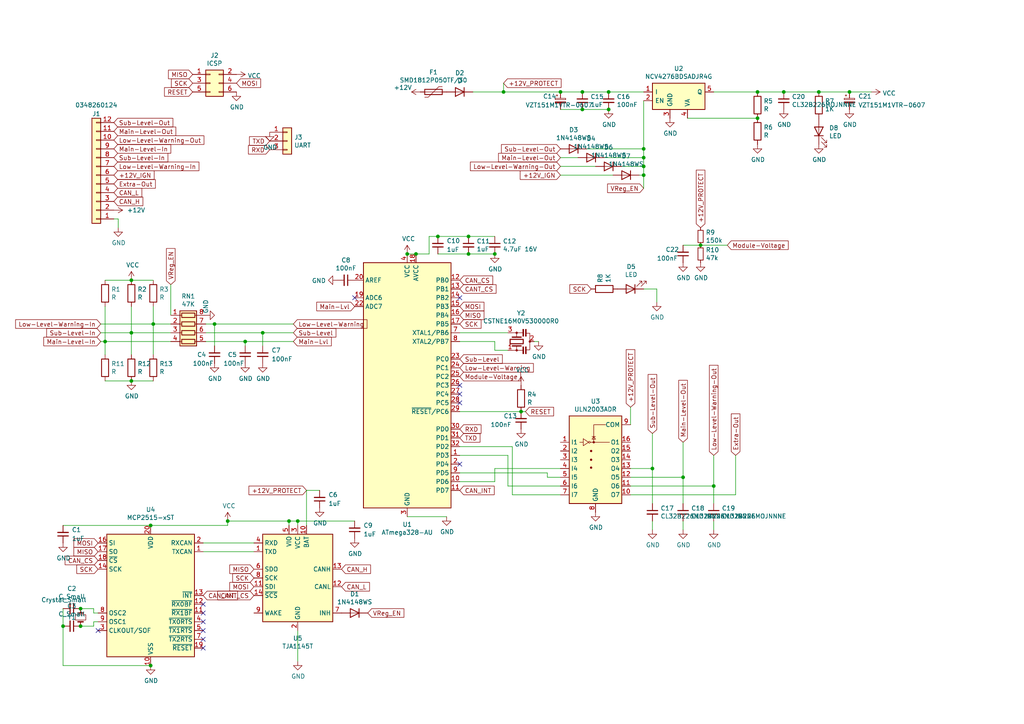
<source format=kicad_sch>
(kicad_sch (version 20211123) (generator eeschema)
  (paper "A4")
  (lib_symbols
    (symbol "Connector_Generic:Conn_01x03" (pin_names (offset 1.016) hide)
      (property "Reference" "J" (at 0 5.08 0))
      (property "Value" "Conn_01x03" (at 0 -5.08 0))
      (symbol "Conn_01x03_1_1"
        (pin passive line (at -5.08 2.54 0) (length 3.81) (name "Pin_1") (number "1"))
        (pin passive line (at -5.08 0 0) (length 3.81) (name "Pin_2") (number "2"))
        (pin passive line (at -5.08 -2.54 0) (length 3.81) (name "Pin_3") (number "3"))
      )
    )
    (symbol "Connector_Generic:Conn_01x12" (pin_names (offset 1.016) hide)
      (property "Reference" "J" (at 0 15.24 0))
      (property "Value" "Conn_01x12" (at 0 -17.78 0))
      (symbol "Conn_01x12_1_1"
        (pin passive line (at -5.08 12.7 0) (length 3.81) (name "Pin_1") (number "1"))
        (pin passive line (at -5.08 -10.16 0) (length 3.81) (name "Pin_10") (number "10"))
        (pin passive line (at -5.08 -12.7 0) (length 3.81) (name "Pin_11") (number "11"))
        (pin passive line (at -5.08 -15.24 0) (length 3.81) (name "Pin_12") (number "12"))
        (pin passive line (at -5.08 10.16 0) (length 3.81) (name "Pin_2") (number "2"))
        (pin passive line (at -5.08 7.62 0) (length 3.81) (name "Pin_3") (number "3"))
        (pin passive line (at -5.08 5.08 0) (length 3.81) (name "Pin_4") (number "4"))
        (pin passive line (at -5.08 2.54 0) (length 3.81) (name "Pin_5") (number "5"))
        (pin passive line (at -5.08 0 0) (length 3.81) (name "Pin_6") (number "6"))
        (pin passive line (at -5.08 -2.54 0) (length 3.81) (name "Pin_7") (number "7"))
        (pin passive line (at -5.08 -5.08 0) (length 3.81) (name "Pin_8") (number "8"))
        (pin passive line (at -5.08 -7.62 0) (length 3.81) (name "Pin_9") (number "9"))
      )
    )
    (symbol "Connector_Generic:Conn_02x03_Odd_Even" (pin_names (offset 1.016) hide)
      (property "Reference" "J" (at 1.27 5.08 0))
      (property "Value" "Conn_02x03_Odd_Even" (at 1.27 -5.08 0))
      (symbol "Conn_02x03_Odd_Even_1_1"
        (pin passive line (at -5.08 2.54 0) (length 3.81) (name "Pin_1") (number "1"))
        (pin passive line (at 7.62 2.54 180) (length 3.81) (name "Pin_2") (number "2"))
        (pin passive line (at -5.08 0 0) (length 3.81) (name "Pin_3") (number "3"))
        (pin passive line (at 7.62 0 180) (length 3.81) (name "Pin_4") (number "4"))
        (pin passive line (at -5.08 -2.54 0) (length 3.81) (name "Pin_5") (number "5"))
        (pin passive line (at 7.62 -2.54 180) (length 3.81) (name "Pin_6") (number "6"))
      )
    )
    (symbol "Device:CP_Small" (pin_numbers hide) (pin_names (offset 0.254) hide)
      (property "Reference" "C" (at 0.254 1.778 0))
      (property "Value" "Device_CP_Small" (at 0.254 -2.032 0))
      (symbol "CP_Small_1_1"
        (pin passive line (at 0 2.54 270) (length 1.8542) (name "~") (number "1"))
        (pin passive line (at 0 -2.54 90) (length 1.8542) (name "~") (number "2"))
      )
    )
    (symbol "Device:C_Small" (pin_numbers hide) (pin_names (offset 0.254) hide)
      (property "Reference" "C" (at 0.254 1.778 0))
      (property "Value" "C_Small" (at 0.254 -2.032 0))
      (symbol "C_Small_1_1"
        (pin passive line (at 0 2.54 270) (length 2.032) (name "~") (number "1"))
        (pin passive line (at 0 -2.54 90) (length 2.032) (name "~") (number "2"))
      )
    )
    (symbol "Device:Crystal_Small" (pin_numbers hide) (pin_names (offset 1.016) hide)
      (property "Reference" "Y" (at 0 2.54 0))
      (property "Value" "Crystal_Small" (at 0 -2.54 0))
      (symbol "Crystal_Small_1_1"
        (pin passive line (at -2.54 0 0) (length 1.27) (name "1") (number "1"))
        (pin passive line (at 2.54 0 180) (length 1.27) (name "2") (number "2"))
      )
    )
    (symbol "Device:D" (pin_numbers hide) (pin_names (offset 1.016) hide)
      (property "Reference" "D" (at 0 2.54 0))
      (property "Value" "D" (at 0 -2.54 0))
      (symbol "D_1_1"
        (pin passive line (at -3.81 0 0) (length 2.54) (name "K") (number "1"))
        (pin passive line (at 3.81 0 180) (length 2.54) (name "A") (number "2"))
      )
    )
    (symbol "Device:LED" (pin_numbers hide) (pin_names (offset 1.016) hide)
      (property "Reference" "D" (at 0 2.54 0))
      (property "Value" "LED" (at 0 -2.54 0))
      (symbol "LED_1_1"
        (pin passive line (at -3.81 0 0) (length 2.54) (name "K") (number "1"))
        (pin passive line (at 3.81 0 180) (length 2.54) (name "A") (number "2"))
      )
    )
    (symbol "Device:Polyfuse" (pin_numbers hide) (pin_names (offset 0))
      (property "Reference" "F" (at -2.54 0 90))
      (property "Value" "Polyfuse" (at 2.54 0 90))
      (symbol "Polyfuse_1_1"
        (pin passive line (at 0 3.81 270) (length 1.27) (name "~") (number "1"))
        (pin passive line (at 0 -3.81 90) (length 1.27) (name "~") (number "2"))
      )
    )
    (symbol "Device:R" (pin_numbers hide) (pin_names (offset 0))
      (property "Reference" "R" (at 2.032 0 90))
      (property "Value" "R" (at 0 0 90))
      (symbol "R_1_1"
        (pin passive line (at 0 3.81 270) (length 1.27) (name "~") (number "1"))
        (pin passive line (at 0 -3.81 90) (length 1.27) (name "~") (number "2"))
      )
    )
    (symbol "Device:R_Pack04" (pin_names (offset 0) hide)
      (property "Reference" "RN" (at -7.62 0 90))
      (property "Value" "R_Pack04" (at 5.08 0 90))
      (symbol "R_Pack04_1_1"
        (pin passive line (at -5.08 -5.08 90) (length 2.54) (name "R1.1") (number "1"))
        (pin passive line (at -2.54 -5.08 90) (length 2.54) (name "R2.1") (number "2"))
        (pin passive line (at 0 -5.08 90) (length 2.54) (name "R3.1") (number "3"))
        (pin passive line (at 2.54 -5.08 90) (length 2.54) (name "R4.1") (number "4"))
        (pin passive line (at 2.54 5.08 270) (length 2.54) (name "R4.2") (number "5"))
        (pin passive line (at 0 5.08 270) (length 2.54) (name "R3.2") (number "6"))
        (pin passive line (at -2.54 5.08 270) (length 2.54) (name "R2.2") (number "7"))
        (pin passive line (at -5.08 5.08 270) (length 2.54) (name "R1.2") (number "8"))
      )
    )
    (symbol "Device:R_Small" (pin_numbers hide) (pin_names (offset 0.254) hide)
      (property "Reference" "R" (at 0.762 0.508 0))
      (property "Value" "R_Small" (at 0.762 -1.016 0))
      (symbol "R_Small_1_1"
        (pin passive line (at 0 2.54 270) (length 0.762) (name "~") (number "1"))
        (pin passive line (at 0 -2.54 90) (length 0.762) (name "~") (number "2"))
      )
    )
    (symbol "Device:Resonator_Small" (pin_names (offset 1.016) hide)
      (property "Reference" "Y" (at 3.175 1.905 0))
      (property "Value" "Resonator_Small" (at 3.175 0 0))
      (symbol "Resonator_Small_1_1"
        (pin passive line (at -2.54 2.54 270) (length 1.27) (name "1") (number "1"))
        (pin passive line (at 0 -5.08 90) (length 1.27) (name "2") (number "2"))
        (pin passive line (at 2.54 2.54 270) (length 1.27) (name "3") (number "3"))
      )
    )
    (symbol "Interface_CAN_LIN:MCP2515-xST"
      (property "Reference" "U" (at -10.16 19.685 0))
      (property "Value" "MCP2515-xST" (at 19.05 20.32 0))
      (symbol "MCP2515-xST_1_1"
        (pin output line (at 15.24 12.7 180) (length 2.54) (name "TXCAN") (number "1"))
        (pin power_in line (at 0 -20.32 90) (length 2.54) (name "VSS") (number "10"))
        (pin output line (at 15.24 -5.08 180) (length 2.54) (name "~{RX1BF}") (number "11"))
        (pin output line (at 15.24 -2.54 180) (length 2.54) (name "~{RX0BF}") (number "12"))
        (pin output line (at 15.24 0 180) (length 2.54) (name "~{INT}") (number "13"))
        (pin input line (at -15.24 7.62 0) (length 2.54) (name "SCK") (number "14"))
        (pin no_connect line (at -12.7 -2.54 0) (length 2.54) hide (name "NC") (number "15"))
        (pin input line (at -15.24 15.24 0) (length 2.54) (name "SI") (number "16"))
        (pin output line (at -15.24 12.7 0) (length 2.54) (name "SO") (number "17"))
        (pin input line (at -15.24 10.16 0) (length 2.54) (name "~{CS}") (number "18"))
        (pin input line (at 15.24 -15.24 180) (length 2.54) (name "~{RESET}") (number "19"))
        (pin input line (at 15.24 15.24 180) (length 2.54) (name "RXCAN") (number "2"))
        (pin power_in line (at 0 20.32 270) (length 2.54) (name "VDD") (number "20"))
        (pin output line (at -15.24 -10.16 0) (length 2.54) (name "CLKOUT/SOF") (number "3"))
        (pin input line (at 15.24 -7.62 180) (length 2.54) (name "~{TX0RTS}") (number "4"))
        (pin input line (at 15.24 -10.16 180) (length 2.54) (name "~{TX1RTS}") (number "5"))
        (pin no_connect line (at -12.7 0 0) (length 2.54) hide (name "NC") (number "6"))
        (pin input line (at 15.24 -12.7 180) (length 2.54) (name "~{TX2RTS}") (number "7"))
        (pin output line (at -15.24 -5.08 0) (length 2.54) (name "OSC2") (number "8"))
        (pin input line (at -15.24 -7.62 0) (length 2.54) (name "OSC1") (number "9"))
      )
    )
    (symbol "Interface_CAN_LIN:TJA1145T"
      (property "Reference" "U" (at -10.16 13.97 0))
      (property "Value" "TJA1145T" (at 3.81 13.97 0))
      (symbol "TJA1145T_1_1"
        (pin input line (at -12.7 7.62 0) (length 2.54) (name "TXD") (number "1"))
        (pin power_in line (at 2.54 15.24 270) (length 2.54) (name "BAT") (number "10"))
        (pin input line (at -12.7 -2.54 0) (length 2.54) (name "SDI") (number "11"))
        (pin bidirectional line (at 12.7 -2.54 180) (length 2.54) (name "CANL") (number "12"))
        (pin bidirectional line (at 12.7 2.54 180) (length 2.54) (name "CANH") (number "13"))
        (pin input line (at -12.7 -5.08 0) (length 2.54) (name "~{SCS}") (number "14"))
        (pin power_in line (at 0 -15.24 90) (length 2.54) (name "GND") (number "2"))
        (pin power_in line (at 0 15.24 270) (length 2.54) (name "VCC") (number "3"))
        (pin output line (at -12.7 10.16 0) (length 2.54) (name "RXD") (number "4"))
        (pin power_in line (at -2.54 15.24 270) (length 2.54) (name "VIO") (number "5"))
        (pin output line (at -12.7 2.54 0) (length 2.54) (name "SDO") (number "6"))
        (pin open_emitter line (at 12.7 -10.16 180) (length 2.54) (name "INH") (number "7"))
        (pin input line (at -12.7 0 0) (length 2.54) (name "SCK") (number "8"))
        (pin input line (at -12.7 -10.16 0) (length 2.54) (name "WAKE") (number "9"))
      )
    )
    (symbol "MCU_Microchip_ATmega:ATmega328-AU"
      (property "Reference" "U" (at -12.7 36.83 0))
      (property "Value" "MCU_Microchip_ATmega_ATmega328-AU" (at 2.54 -36.83 0))
      (symbol "ATmega328-AU_1_1"
        (pin bidirectional line (at 15.24 -20.32 180) (length 2.54) (name "PD3") (number "1"))
        (pin bidirectional line (at 15.24 -27.94 180) (length 2.54) (name "PD6") (number "10"))
        (pin bidirectional line (at 15.24 -30.48 180) (length 2.54) (name "PD7") (number "11"))
        (pin bidirectional line (at 15.24 30.48 180) (length 2.54) (name "PB0") (number "12"))
        (pin bidirectional line (at 15.24 27.94 180) (length 2.54) (name "PB1") (number "13"))
        (pin bidirectional line (at 15.24 25.4 180) (length 2.54) (name "PB2") (number "14"))
        (pin bidirectional line (at 15.24 22.86 180) (length 2.54) (name "PB3") (number "15"))
        (pin bidirectional line (at 15.24 20.32 180) (length 2.54) (name "PB4") (number "16"))
        (pin bidirectional line (at 15.24 17.78 180) (length 2.54) (name "PB5") (number "17"))
        (pin power_in line (at 2.54 38.1 270) (length 2.54) (name "AVCC") (number "18"))
        (pin input line (at -15.24 25.4 0) (length 2.54) (name "ADC6") (number "19"))
        (pin bidirectional line (at 15.24 -22.86 180) (length 2.54) (name "PD4") (number "2"))
        (pin passive line (at -15.24 30.48 0) (length 2.54) (name "AREF") (number "20"))
        (pin passive line (at 0 -38.1 90) (length 2.54) hide (name "GND") (number "21"))
        (pin input line (at -15.24 22.86 0) (length 2.54) (name "ADC7") (number "22"))
        (pin bidirectional line (at 15.24 7.62 180) (length 2.54) (name "PC0") (number "23"))
        (pin bidirectional line (at 15.24 5.08 180) (length 2.54) (name "PC1") (number "24"))
        (pin bidirectional line (at 15.24 2.54 180) (length 2.54) (name "PC2") (number "25"))
        (pin bidirectional line (at 15.24 0 180) (length 2.54) (name "PC3") (number "26"))
        (pin bidirectional line (at 15.24 -2.54 180) (length 2.54) (name "PC4") (number "27"))
        (pin bidirectional line (at 15.24 -5.08 180) (length 2.54) (name "PC5") (number "28"))
        (pin bidirectional line (at 15.24 -7.62 180) (length 2.54) (name "~{RESET}/PC6") (number "29"))
        (pin power_in line (at 0 -38.1 90) (length 2.54) (name "GND") (number "3"))
        (pin bidirectional line (at 15.24 -12.7 180) (length 2.54) (name "PD0") (number "30"))
        (pin bidirectional line (at 15.24 -15.24 180) (length 2.54) (name "PD1") (number "31"))
        (pin bidirectional line (at 15.24 -17.78 180) (length 2.54) (name "PD2") (number "32"))
        (pin power_in line (at 0 38.1 270) (length 2.54) (name "VCC") (number "4"))
        (pin passive line (at 0 -38.1 90) (length 2.54) hide (name "GND") (number "5"))
        (pin passive line (at 0 38.1 270) (length 2.54) hide (name "VCC") (number "6"))
        (pin bidirectional line (at 15.24 15.24 180) (length 2.54) (name "XTAL1/PB6") (number "7"))
        (pin bidirectional line (at 15.24 12.7 180) (length 2.54) (name "XTAL2/PB7") (number "8"))
        (pin bidirectional line (at 15.24 -25.4 180) (length 2.54) (name "PD5") (number "9"))
      )
    )
    (symbol "Regulator_Linear:IFX25401TBV" (pin_names (offset 0.762))
      (property "Reference" "U" (at 0 6.35 0))
      (property "Value" "IFX25401TBV" (at 0 3.81 0))
      (symbol "IFX25401TBV_1_1"
        (pin power_in line (at -10.16 0 0) (length 2.54) (name "I") (number "1"))
        (pin input line (at -10.16 -2.54 0) (length 2.54) (name "EN") (number "2"))
        (pin power_in line (at -2.54 -7.62 90) (length 2.54) (name "GND") (number "3"))
        (pin input line (at 2.54 -7.62 90) (length 2.54) (name "VA") (number "4"))
        (pin power_out line (at 10.16 0 180) (length 2.54) (name "Q") (number "5"))
      )
    )
    (symbol "Transistor_Array:ULN2003A"
      (property "Reference" "U" (at 0 15.875 0))
      (property "Value" "ULN2003A" (at 0 13.97 0))
      (symbol "ULN2003A_1_1"
        (pin input line (at -10.16 5.08 0) (length 2.54) (name "I1") (number "1"))
        (pin open_collector line (at 10.16 -10.16 180) (length 2.54) (name "O7") (number "10"))
        (pin open_collector line (at 10.16 -7.62 180) (length 2.54) (name "O6") (number "11"))
        (pin open_collector line (at 10.16 -5.08 180) (length 2.54) (name "O5") (number "12"))
        (pin open_collector line (at 10.16 -2.54 180) (length 2.54) (name "O4") (number "13"))
        (pin open_collector line (at 10.16 0 180) (length 2.54) (name "O3") (number "14"))
        (pin open_collector line (at 10.16 2.54 180) (length 2.54) (name "O2") (number "15"))
        (pin open_collector line (at 10.16 5.08 180) (length 2.54) (name "O1") (number "16"))
        (pin input line (at -10.16 2.54 0) (length 2.54) (name "I2") (number "2"))
        (pin input line (at -10.16 0 0) (length 2.54) (name "I3") (number "3"))
        (pin input line (at -10.16 -2.54 0) (length 2.54) (name "I4") (number "4"))
        (pin input line (at -10.16 -5.08 0) (length 2.54) (name "I5") (number "5"))
        (pin input line (at -10.16 -7.62 0) (length 2.54) (name "I6") (number "6"))
        (pin input line (at -10.16 -10.16 0) (length 2.54) (name "I7") (number "7"))
        (pin power_in line (at 0 -15.24 90) (length 2.54) (name "GND") (number "8"))
        (pin passive line (at 10.16 10.16 180) (length 2.54) (name "COM") (number "9"))
      )
    )
    (symbol "power:+12V" (power) (pin_names (offset 0))
      (property "Value" "+12V" (at 0 3.556 0))
      (symbol "+12V_1_1"
        (pin power_in line (at 0 0 90) (length 0) hide (name "+12V") (number "1"))
      )
    )
    (symbol "power:GND" (power) (pin_names (offset 0))
      (property "Value" "GND" (at 0 -3.81 0))
      (symbol "GND_1_1"
        (pin power_in line (at 0 0 270) (length 0) hide (name "GND") (number "1"))
      )
    )
    (symbol "power:VCC" (power) (pin_names (offset 0))
      (property "Value" "VCC" (at 0 3.81 0))
      (symbol "VCC_1_1"
        (pin power_in line (at 0 0 90) (length 0) hide (name "VCC") (number "1"))
      )
    )
  )
  (junction (at 207.01 140.97))
  (junction (at 146.05 26.67))
  (junction (at 66.04 151.13))
  (junction (at 43.688 193.04))
  (junction (at 162.56 26.67))
  (junction (at 30.48 99.06))
  (junction (at 86.36 151.13))
  (junction (at 237.49 26.67))
  (junction (at 176.53 31.75))
  (junction (at 120.65 73.66))
  (junction (at 168.91 26.67))
  (junction (at 44.45 93.98))
  (junction (at 23.368 176.53))
  (junction (at 176.53 26.67))
  (junction (at 38.1 110.49))
  (junction (at 246.38 26.67))
  (junction (at 43.688 152.4))
  (junction (at 38.1 81.28))
  (junction (at 198.12 138.43))
  (junction (at 186.69 50.8))
  (junction (at 189.23 135.89))
  (junction (at 62.23 93.98))
  (junction (at 18.288 181.61))
  (junction (at 76.2 96.52))
  (junction (at 38.1 96.52))
  (junction (at 135.89 73.66))
  (junction (at 23.368 181.61))
  (junction (at 168.91 31.75))
  (junction (at 186.69 45.72))
  (junction (at 135.89 68.58))
  (junction (at 227.33 26.67))
  (junction (at 219.71 34.29))
  (junction (at 118.11 73.66))
  (junction (at 219.71 26.67))
  (junction (at 143.51 73.66))
  (junction (at 186.69 43.18))
  (junction (at 127 68.58))
  (junction (at 151.13 119.38))
  (junction (at 83.82 151.13))
  (junction (at 203.2 71.12))
  (junction (at 71.12 99.06))
  (junction (at 186.69 48.26))
  (no_connect (at 58.928 182.88))
  (no_connect (at 58.928 187.96))
  (no_connect (at 133.35 134.62))
  (no_connect (at 133.35 86.36))
  (no_connect (at 58.928 180.34))
  (no_connect (at 58.928 185.42))
  (no_connect (at 133.35 111.76))
  (no_connect (at 28.448 182.88))
  (no_connect (at 133.35 116.84))
  (no_connect (at 102.87 86.36))
  (no_connect (at 58.928 177.8))
  (no_connect (at 58.928 175.26))
  (no_connect (at 133.35 114.3))
  (wire (pts (xy 143.51 101.6) (xy 147.32 101.6)))
  (wire (pts (xy 189.23 153.67) (xy 189.23 151.13)))
  (wire (pts (xy 133.35 139.7) (xy 143.51 139.7)))
  (wire (pts (xy 88.9 142.24) (xy 92.71 142.24)))
  (wire (pts (xy 190.5 83.82) (xy 190.5 87.63)))
  (wire (pts (xy 124.46 68.58) (xy 127 68.58)))
  (wire (pts (xy 186.69 50.8) (xy 186.69 54.61)))
  (wire (pts (xy 38.1 96.52) (xy 38.1 102.87)))
  (wire (pts (xy 158.75 138.43) (xy 162.56 138.43)))
  (wire (pts (xy 133.35 99.06) (xy 143.51 99.06)))
  (wire (pts (xy 143.51 99.06) (xy 143.51 101.6)))
  (wire (pts (xy 246.38 26.67) (xy 252.73 26.67)))
  (wire (pts (xy 120.65 73.66) (xy 124.46 73.66)))
  (wire (pts (xy 83.82 152.4) (xy 83.82 151.13)))
  (wire (pts (xy 59.69 96.52) (xy 76.2 96.52)))
  (wire (pts (xy 62.23 93.98) (xy 85.09 93.98)))
  (wire (pts (xy 213.36 143.51) (xy 213.36 132.08)))
  (wire (pts (xy 219.71 26.67) (xy 227.33 26.67)))
  (wire (pts (xy 167.64 45.72) (xy 162.56 45.72)))
  (wire (pts (xy 62.23 100.33) (xy 62.23 93.98)))
  (wire (pts (xy 176.53 26.67) (xy 186.69 26.67)))
  (wire (pts (xy 186.69 83.82) (xy 190.5 83.82)))
  (wire (pts (xy 147.32 140.97) (xy 147.32 132.08)))
  (wire (pts (xy 66.04 152.4) (xy 66.04 151.13)))
  (wire (pts (xy 86.36 151.13) (xy 102.87 151.13)))
  (wire (pts (xy 207.01 140.97) (xy 182.88 140.97)))
  (wire (pts (xy 127 73.66) (xy 135.89 73.66)))
  (wire (pts (xy 27.178 176.53) (xy 27.178 177.8)))
  (wire (pts (xy 33.02 63.5) (xy 34.29 63.5)))
  (wire (pts (xy 86.36 152.4) (xy 86.36 151.13)))
  (wire (pts (xy 34.29 63.5) (xy 34.29 66.04)))
  (wire (pts (xy 219.71 34.29) (xy 199.39 34.29)))
  (wire (pts (xy 38.1 88.9) (xy 38.1 96.52)))
  (wire (pts (xy 175.26 45.72) (xy 186.69 45.72)))
  (wire (pts (xy 198.12 138.43) (xy 198.12 146.05)))
  (wire (pts (xy 151.13 119.38) (xy 133.35 119.38)))
  (wire (pts (xy 59.69 93.98) (xy 62.23 93.98)))
  (wire (pts (xy 124.46 73.66) (xy 124.46 68.58)))
  (wire (pts (xy 27.178 177.8) (xy 28.448 177.8)))
  (wire (pts (xy 148.59 129.54) (xy 148.59 143.51)))
  (wire (pts (xy 118.11 73.66) (xy 120.65 73.66)))
  (wire (pts (xy 59.69 99.06) (xy 71.12 99.06)))
  (wire (pts (xy 162.56 140.97) (xy 147.32 140.97)))
  (wire (pts (xy 44.45 88.9) (xy 44.45 93.98)))
  (wire (pts (xy 133.35 137.16) (xy 158.75 137.16)))
  (wire (pts (xy 129.54 149.86) (xy 118.11 149.86)))
  (wire (pts (xy 76.2 96.52) (xy 85.09 96.52)))
  (wire (pts (xy 133.35 132.08) (xy 147.32 132.08)))
  (wire (pts (xy 227.33 26.67) (xy 237.49 26.67)))
  (wire (pts (xy 71.12 99.06) (xy 85.09 99.06)))
  (wire (pts (xy 177.8 50.8) (xy 162.56 50.8)))
  (wire (pts (xy 86.36 191.77) (xy 86.36 182.88)))
  (wire (pts (xy 189.23 125.73) (xy 189.23 135.89)))
  (wire (pts (xy 168.91 26.67) (xy 162.56 26.67)))
  (wire (pts (xy 207.01 151.13) (xy 207.01 153.67)))
  (wire (pts (xy 186.69 29.21) (xy 186.69 43.18)))
  (wire (pts (xy 198.12 128.27) (xy 198.12 138.43)))
  (wire (pts (xy 49.53 82.55) (xy 49.53 91.44)))
  (wire (pts (xy 172.72 48.26) (xy 162.56 48.26)))
  (wire (pts (xy 143.51 135.89) (xy 162.56 135.89)))
  (wire (pts (xy 168.91 26.67) (xy 176.53 26.67)))
  (wire (pts (xy 189.23 135.89) (xy 182.88 135.89)))
  (wire (pts (xy 186.69 43.18) (xy 186.69 45.72)))
  (wire (pts (xy 38.1 96.52) (xy 29.21 96.52)))
  (wire (pts (xy 76.2 100.33) (xy 76.2 96.52)))
  (wire (pts (xy 23.368 181.61) (xy 27.178 181.61)))
  (wire (pts (xy 44.45 93.98) (xy 29.21 93.98)))
  (wire (pts (xy 207.01 132.08) (xy 207.01 140.97)))
  (wire (pts (xy 18.288 181.61) (xy 18.288 193.04)))
  (wire (pts (xy 186.69 48.26) (xy 186.69 50.8)))
  (wire (pts (xy 73.66 157.48) (xy 58.928 157.48)))
  (wire (pts (xy 30.48 110.49) (xy 38.1 110.49)))
  (wire (pts (xy 156.21 99.06) (xy 154.94 99.06)))
  (wire (pts (xy 44.45 93.98) (xy 44.45 102.87)))
  (wire (pts (xy 133.35 96.52) (xy 147.32 96.52)))
  (wire (pts (xy 30.48 81.28) (xy 38.1 81.28)))
  (wire (pts (xy 137.16 26.67) (xy 146.05 26.67)))
  (wire (pts (xy 152.4 119.38) (xy 151.13 119.38)))
  (wire (pts (xy 71.12 100.33) (xy 71.12 99.06)))
  (wire (pts (xy 135.89 73.66) (xy 143.51 73.66)))
  (wire (pts (xy 18.288 152.4) (xy 43.688 152.4)))
  (wire (pts (xy 44.45 93.98) (xy 49.53 93.98)))
  (wire (pts (xy 189.23 135.89) (xy 189.23 146.05)))
  (wire (pts (xy 30.48 99.06) (xy 30.48 102.87)))
  (wire (pts (xy 146.05 24.13) (xy 146.05 26.67)))
  (wire (pts (xy 185.42 50.8) (xy 186.69 50.8)))
  (wire (pts (xy 43.688 152.4) (xy 66.04 152.4)))
  (wire (pts (xy 182.88 143.51) (xy 213.36 143.51)))
  (wire (pts (xy 30.48 99.06) (xy 49.53 99.06)))
  (wire (pts (xy 49.53 96.52) (xy 38.1 96.52)))
  (wire (pts (xy 38.1 110.49) (xy 44.45 110.49)))
  (wire (pts (xy 170.18 43.18) (xy 186.69 43.18)))
  (wire (pts (xy 88.9 142.24) (xy 88.9 152.4)))
  (wire (pts (xy 38.1 81.28) (xy 44.45 81.28)))
  (wire (pts (xy 18.288 176.53) (xy 18.288 181.61)))
  (wire (pts (xy 143.51 139.7) (xy 143.51 135.89)))
  (wire (pts (xy 27.178 181.61) (xy 27.178 180.34)))
  (wire (pts (xy 198.12 138.43) (xy 182.88 138.43)))
  (wire (pts (xy 180.34 48.26) (xy 186.69 48.26)))
  (wire (pts (xy 30.48 88.9) (xy 30.48 99.06)))
  (wire (pts (xy 182.88 118.11) (xy 182.88 123.19)))
  (wire (pts (xy 27.178 180.34) (xy 28.448 180.34)))
  (wire (pts (xy 18.288 193.04) (xy 43.688 193.04)))
  (wire (pts (xy 207.01 26.67) (xy 219.71 26.67)))
  (wire (pts (xy 198.12 151.13) (xy 198.12 153.67)))
  (wire (pts (xy 210.947 71.12) (xy 203.2 71.12)))
  (wire (pts (xy 186.69 45.72) (xy 186.69 48.26)))
  (wire (pts (xy 162.56 31.75) (xy 168.91 31.75)))
  (wire (pts (xy 127 68.58) (xy 135.89 68.58)))
  (wire (pts (xy 135.89 68.58) (xy 143.51 68.58)))
  (wire (pts (xy 133.35 129.54) (xy 148.59 129.54)))
  (wire (pts (xy 58.928 160.02) (xy 73.66 160.02)))
  (wire (pts (xy 83.82 151.13) (xy 86.36 151.13)))
  (wire (pts (xy 207.01 140.97) (xy 207.01 146.05)))
  (wire (pts (xy 148.59 143.51) (xy 162.56 143.51)))
  (wire (pts (xy 158.75 137.16) (xy 158.75 138.43)))
  (wire (pts (xy 23.368 176.53) (xy 27.178 176.53)))
  (wire (pts (xy 237.49 26.67) (xy 246.38 26.67)))
  (wire (pts (xy 66.04 151.13) (xy 83.82 151.13)))
  (wire (pts (xy 168.91 31.75) (xy 176.53 31.75)))
  (wire (pts (xy 30.48 99.06) (xy 29.21 99.06)))
  (wire (pts (xy 203.2 71.12) (xy 198.12 71.12)))
  (wire (pts (xy 146.05 26.67) (xy 162.56 26.67)))
  (global_label "TXD" (shape input) (at 133.35 127 0) (property "Intersheet References" "${INTERSHEET_REFS}" (effects hide)))
  (global_label "Sub-Level-Out" (shape input) (at 162.56 43.18 180) (property "Intersheet References" "${INTERSHEET_REFS}" (effects hide)))
  (global_label "SCK" (shape input) (at 28.448 165.1 180) (property "Intersheet References" "${INTERSHEET_REFS}" (effects hide)))
  (global_label "Main-Lvl" (shape input) (at 102.87 88.9 180) (property "Intersheet References" "${INTERSHEET_REFS}" (effects hide)))
  (global_label "MOSI" (shape input) (at 68.58 24.13 0) (property "Intersheet References" "${INTERSHEET_REFS}" (effects hide)))
  (global_label "RESET" (shape input) (at 152.4 119.38 0) (property "Intersheet References" "${INTERSHEET_REFS}" (effects hide)))
  (global_label "MISO" (shape input) (at 133.35 91.44 0) (property "Intersheet References" "${INTERSHEET_REFS}" (effects hide)))
  (global_label "TXD" (shape input) (at 78.232 40.894 180) (property "Intersheet References" "${INTERSHEET_REFS}" (effects hide)))
  (global_label "VReg_EN" (shape input) (at 106.68 177.8 0) (property "Intersheet References" "${INTERSHEET_REFS}" (effects hide)))
  (global_label "Main-Level-In" (shape input) (at 33.02 43.18 0) (property "Intersheet References" "${INTERSHEET_REFS}" (effects hide)))
  (global_label "RESET" (shape input) (at 55.88 26.67 180) (property "Intersheet References" "${INTERSHEET_REFS}" (effects hide)))
  (global_label "+12V_PROTECT" (shape input) (at 203.2 66.04 90) (property "Intersheet References" "${INTERSHEET_REFS}" (effects hide)))
  (global_label "VReg_EN" (shape input) (at 49.53 82.55 90) (property "Intersheet References" "${INTERSHEET_REFS}" (effects hide)))
  (global_label "MOSI" (shape input) (at 133.35 88.9 0) (property "Intersheet References" "${INTERSHEET_REFS}" (effects hide)))
  (global_label "+12V_PROTECT" (shape input) (at 88.9 142.24 180) (property "Intersheet References" "${INTERSHEET_REFS}" (effects hide)))
  (global_label "Main-Level-Out" (shape input) (at 162.56 45.72 180) (property "Intersheet References" "${INTERSHEET_REFS}" (effects hide)))
  (global_label "Sub-Level-Out" (shape input) (at 189.23 125.73 90) (property "Intersheet References" "${INTERSHEET_REFS}" (effects hide)))
  (global_label "Low-Level-Warning" (shape input) (at 85.09 93.98 0) (property "Intersheet References" "${INTERSHEET_REFS}" (effects hide)))
  (global_label "Extra-Out" (shape input) (at 213.36 132.08 90) (property "Intersheet References" "${INTERSHEET_REFS}" (effects hide)))
  (global_label "SCK" (shape input) (at 133.35 93.98 0) (property "Intersheet References" "${INTERSHEET_REFS}" (effects hide)))
  (global_label "SCK" (shape input) (at 55.88 24.13 180) (property "Intersheet References" "${INTERSHEET_REFS}" (effects hide)))
  (global_label "SCK" (shape input) (at 73.66 167.64 180) (property "Intersheet References" "${INTERSHEET_REFS}" (effects hide)))
  (global_label "MISO" (shape input) (at 73.66 165.1 180) (property "Intersheet References" "${INTERSHEET_REFS}" (effects hide)))
  (global_label "MOSI" (shape input) (at 28.448 157.48 180) (property "Intersheet References" "${INTERSHEET_REFS}" (effects hide)))
  (global_label "Main-Level-In" (shape input) (at 29.21 99.06 180) (property "Intersheet References" "${INTERSHEET_REFS}" (effects hide)))
  (global_label "Extra-Out" (shape input) (at 33.02 53.34 0) (property "Intersheet References" "${INTERSHEET_REFS}" (effects hide)))
  (global_label "+12V_PROTECT" (shape input) (at 146.05 24.13 0) (property "Intersheet References" "${INTERSHEET_REFS}" (effects hide)))
  (global_label "Main-Level-Out" (shape input) (at 33.02 38.1 0) (property "Intersheet References" "${INTERSHEET_REFS}" (effects hide)))
  (global_label "CAN_CS" (shape input) (at 133.35 81.28 0) (property "Intersheet References" "${INTERSHEET_REFS}" (effects hide)))
  (global_label "Low-Level-Warning-In" (shape input) (at 29.21 93.98 180) (property "Intersheet References" "${INTERSHEET_REFS}" (effects hide)))
  (global_label "SCK" (shape input) (at 171.45 83.82 180) (property "Intersheet References" "${INTERSHEET_REFS}" (effects hide)))
  (global_label "Sub-Level" (shape input) (at 85.09 96.52 0) (property "Intersheet References" "${INTERSHEET_REFS}" (effects hide)))
  (global_label "CAN_L" (shape input) (at 99.06 170.18 0) (property "Intersheet References" "${INTERSHEET_REFS}" (effects hide)))
  (global_label "VReg_EN" (shape input) (at 186.69 54.61 180) (property "Intersheet References" "${INTERSHEET_REFS}" (effects hide)))
  (global_label "CAN_H" (shape input) (at 33.02 58.42 0) (property "Intersheet References" "${INTERSHEET_REFS}" (effects hide)))
  (global_label "CAN_L" (shape input) (at 33.02 55.88 0) (property "Intersheet References" "${INTERSHEET_REFS}" (effects hide)))
  (global_label "CAN_INT" (shape input) (at 58.928 172.72 0) (property "Intersheet References" "${INTERSHEET_REFS}" (effects hide)))
  (global_label "CAN_INT" (shape input) (at 133.35 142.24 0) (property "Intersheet References" "${INTERSHEET_REFS}" (effects hide)))
  (global_label "MISO" (shape input) (at 55.88 21.59 180) (property "Intersheet References" "${INTERSHEET_REFS}" (effects hide)))
  (global_label "Sub-Level" (shape input) (at 133.35 104.14 0) (property "Intersheet References" "${INTERSHEET_REFS}" (effects hide)))
  (global_label "RXD" (shape input) (at 78.232 43.434 180) (property "Intersheet References" "${INTERSHEET_REFS}" (effects hide)))
  (global_label "Low-Level-Warning-Out" (shape input) (at 33.02 40.64 0) (property "Intersheet References" "${INTERSHEET_REFS}" (effects hide)))
  (global_label "Sub-Level-In" (shape input) (at 33.02 45.72 0) (property "Intersheet References" "${INTERSHEET_REFS}" (effects hide)))
  (global_label "Main-Lvl" (shape input) (at 85.09 99.06 0) (property "Intersheet References" "${INTERSHEET_REFS}" (effects hide)))
  (global_label "+12V_IGN" (shape input) (at 162.56 50.8 180) (property "Intersheet References" "${INTERSHEET_REFS}" (effects hide)))
  (global_label "+12V_PROTECT" (shape input) (at 182.88 118.11 90) (property "Intersheet References" "${INTERSHEET_REFS}" (effects hide)))
  (global_label "Low-Level-Warning-Out" (shape input) (at 162.56 48.26 180) (property "Intersheet References" "${INTERSHEET_REFS}" (effects hide)))
  (global_label "Main-Level-Out" (shape input) (at 198.12 128.27 90) (property "Intersheet References" "${INTERSHEET_REFS}" (effects hide)))
  (global_label "CANT_CS" (shape input) (at 73.66 172.72 180) (property "Intersheet References" "${INTERSHEET_REFS}" (effects hide)))
  (global_label "CAN_H" (shape input) (at 99.06 165.1 0) (property "Intersheet References" "${INTERSHEET_REFS}" (effects hide)))
  (global_label "Low-Level-Warning" (shape input) (at 133.35 106.68 0) (property "Intersheet References" "${INTERSHEET_REFS}" (effects hide)))
  (global_label "CAN_CS" (shape input) (at 28.448 162.56 180) (property "Intersheet References" "${INTERSHEET_REFS}" (effects hide)))
  (global_label "Module-Voltage" (shape input) (at 210.947 71.12 0) (property "Intersheet References" "${INTERSHEET_REFS}" (effects hide)))
  (global_label "Sub-Level-In" (shape input) (at 29.21 96.52 180) (property "Intersheet References" "${INTERSHEET_REFS}" (effects hide)))
  (global_label "RXD" (shape input) (at 133.35 124.46 0) (property "Intersheet References" "${INTERSHEET_REFS}" (effects hide)))
  (global_label "Low-Level-Warning-Out" (shape input) (at 207.01 132.08 90) (property "Intersheet References" "${INTERSHEET_REFS}" (effects hide)))
  (global_label "Sub-Level-Out" (shape input) (at 33.02 35.56 0) (property "Intersheet References" "${INTERSHEET_REFS}" (effects hide)))
  (global_label "Low-Level-Warning-In" (shape input) (at 33.02 48.26 0) (property "Intersheet References" "${INTERSHEET_REFS}" (effects hide)))
  (global_label "CANT_CS" (shape input) (at 133.35 83.82 0) (property "Intersheet References" "${INTERSHEET_REFS}" (effects hide)))
  (global_label "+12V_IGN" (shape input) (at 33.02 50.8 0) (property "Intersheet References" "${INTERSHEET_REFS}" (effects hide)))
  (global_label "MOSI" (shape input) (at 73.66 170.18 180) (property "Intersheet References" "${INTERSHEET_REFS}" (effects hide)))
  (global_label "MISO" (shape input) (at 28.448 160.02 180) (property "Intersheet References" "${INTERSHEET_REFS}" (effects hide)))
  (global_label "Module-Voltage" (shape input) (at 133.35 109.22 0) (property "Intersheet References" "${INTERSHEET_REFS}" (effects hide)))
  (symbol (lib_id "Device:Resonator_Small") (at 149.86 99.06 90) (unit 1)
    (property "Reference" "Y2" (at 151.13 90.805 90))
    (property "Value" "CSTNE16M0V530000R0 " (at 151.13 93.1164 90))
    (property "Footprint" "Crystal:Resonator_SMD_muRata_CSTxExxV-3Pin_3.0x1.1mm" (effects hide))
    (property "Datasheet" "https://datasheet.lcsc.com/szlcsc/1912111437_Murata-Electronics-CSTNE16M0V530000R0_C341521.pdf" (effects hide))
  )
  (symbol (lib_id "power:GND") (at 156.21 99.06 0) (unit 1)
    (property "Reference" "#PWR022" (effects hide))
    (property "Value" "GND" (at 156.337 103.4542 0))
  )
  (symbol (lib_id "Device:C_Small") (at 207.01 148.59 0) (unit 1)
    (property "Reference" "C19" (at 209.3468 147.4216 0) (effects (justify left)))
    (property "Value" "CL32B226MOJNNNE" (at 209.3468 149.733 0) (effects (justify left)))
    (property "Footprint" "Capacitor_SMD:C_0805_2012Metric_Pad1.18x1.45mm_HandSolder" (effects hide))
  )
  (symbol (lib_id "power:GND") (at 207.01 153.67 0) (unit 1)
    (property "Reference" "#PWR029" (effects hide))
    (property "Value" "GND" (at 207.137 158.0642 0))
  )
  (symbol (lib_id "Device:R") (at 30.48 85.09 0) (unit 1)
    (property "Reference" "R1" (at 32.258 83.9216 0) (effects (justify left)))
    (property "Value" "R" (at 32.258 86.233 0) (effects (justify left)))
    (property "Footprint" "Resistor_THT:R_Axial_DIN0207_L6.3mm_D2.5mm_P7.62mm_Horizontal" (effects hide))
  )
  (symbol (lib_id "Device:R") (at 38.1 85.09 0) (unit 1)
    (property "Reference" "R2" (at 39.878 83.9216 0) (effects (justify left)))
    (property "Value" "R" (at 39.878 86.233 0) (effects (justify left)))
    (property "Footprint" "Resistor_THT:R_Axial_DIN0207_L6.3mm_D2.5mm_P7.62mm_Horizontal" (effects hide))
  )
  (symbol (lib_id "power:VCC") (at 38.1 81.28 0) (unit 1)
    (property "Reference" "#PWR04" (effects hide))
    (property "Value" "VCC" (at 38.481 76.8858 0))
  )
  (symbol (lib_id "power:GND") (at 176.53 31.75 0) (unit 1)
    (property "Reference" "#PWR024" (effects hide))
    (property "Value" "GND" (at 176.657 36.1442 0))
  )
  (symbol (lib_id "Device:C_Small") (at 151.13 121.92 180) (unit 1)
    (property "Reference" "C13" (at 146.05 120.65 0) (effects (justify right)))
    (property "Value" "100nF" (at 142.24 123.19 0) (effects (justify right)))
    (property "Footprint" "Capacitor_SMD:C_0603_1608Metric" (effects hide))
  )
  (symbol (lib_id "power:GND") (at 151.13 124.46 0) (unit 1)
    (property "Reference" "#PWR021" (effects hide))
    (property "Value" "GND" (at 151.257 128.8542 0))
  )
  (symbol (lib_id "Device:C_Small") (at 71.12 102.87 180) (unit 1)
    (property "Reference" "C5" (at 66.04 102.87 0) (effects (justify right)))
    (property "Value" "100nF" (at 64.77 105.41 0) (effects (justify right)))
    (property "Footprint" "Capacitor_SMD:C_0603_1608Metric" (effects hide))
  )
  (symbol (lib_id "power:GND") (at 71.12 105.41 0) (unit 1)
    (property "Reference" "#PWR011" (effects hide))
    (property "Value" "GND" (at 71.247 109.8042 0))
  )
  (symbol (lib_id "Device:C_Small") (at 76.2 102.87 180) (unit 1)
    (property "Reference" "C7" (at 78.74 101.6 0) (effects (justify right)))
    (property "Value" "100nF" (at 78.74 104.14 0) (effects (justify right)))
    (property "Footprint" "Capacitor_SMD:C_0603_1608Metric" (effects hide))
  )
  (symbol (lib_id "power:GND") (at 76.2 105.41 0) (unit 1)
    (property "Reference" "#PWR013" (effects hide))
    (property "Value" "GND" (at 76.327 109.8042 0))
  )
  (symbol (lib_id "power:GND") (at 129.54 149.86 0) (unit 1)
    (property "Reference" "#PWR018" (effects hide))
    (property "Value" "GND" (at 129.667 154.2542 0))
  )
  (symbol (lib_id "Device:Polyfuse") (at 125.73 26.67 270) (unit 1)
    (property "Reference" "F1" (at 125.73 20.955 90))
    (property "Value" "SMD1812P050TF/30 " (at 125.73 23.2664 90))
    (property "Footprint" "Resistor_SMD:R_1812_4532Metric" (effects hide))
  )
  (symbol (lib_id "Device:Crystal_Small") (at 23.368 179.07 90) (mirror x) (unit 1)
    (property "Reference" "Y1" (at 19.558 179.07 90) (effects (justify right)))
    (property "Value" "Crystal_Small" (at 11.938 173.99 90) (effects (justify right)))
    (property "Footprint" "Crystal:Crystal_HC18-U_Vertical" (effects hide))
  )
  (symbol (lib_id "Device:C_Small") (at 20.828 176.53 270) (unit 1)
    (property "Reference" "C2" (at 20.828 170.7134 90))
    (property "Value" "C_Small" (at 20.828 173.0248 90))
    (property "Footprint" "Capacitor_SMD:C_0603_1608Metric" (effects hide))
  )
  (symbol (lib_id "Device:C_Small") (at 20.828 181.61 270) (unit 1)
    (property "Reference" "C3" (at 20.828 175.7934 90))
    (property "Value" "C_Small" (at 20.828 178.1048 90))
    (property "Footprint" "Capacitor_SMD:C_0603_1608Metric" (effects hide))
  )
  (symbol (lib_id "Device:R_Pack04") (at 54.61 96.52 270) (unit 1)
    (property "Reference" "RN1" (at 54.61 85.9282 90))
    (property "Value" "47K" (at 54.61 88.2396 90))
    (property "Footprint" "Resistor_SMD:R_Array_Convex_4x0603" (effects hide))
  )
  (symbol (lib_id "Device:R") (at 44.45 85.09 0) (unit 1)
    (property "Reference" "R3" (at 46.228 83.9216 0) (effects (justify left)))
    (property "Value" "R" (at 46.228 86.233 0) (effects (justify left)))
    (property "Footprint" "Resistor_THT:R_Axial_DIN0207_L6.3mm_D2.5mm_P7.62mm_Horizontal" (effects hide))
  )
  (symbol (lib_id "power:GND") (at 59.69 91.44 90) (unit 1)
    (property "Reference" "#PWR010" (effects hide))
    (property "Value" "GND" (at 59.69 88.9 0))
  )
  (symbol (lib_id "power:+12V") (at 33.02 60.96 270) (unit 1)
    (property "Reference" "#PWR02" (effects hide))
    (property "Value" "+12V" (at 36.83 60.96 90) (effects (justify left)))
  )
  (symbol (lib_id "power:+12V") (at 121.92 26.67 90) (unit 1)
    (property "Reference" "#PWR017" (effects hide))
    (property "Value" "+12V" (at 116.84 25.4 90))
  )
  (symbol (lib_id "Device:D") (at 181.61 50.8 180) (unit 1)
    (property "Reference" "D7" (at 181.61 45.2882 0))
    (property "Value" "1N4148WS" (at 181.61 47.5996 0))
    (property "Footprint" "Diode_SMD:D_SOD-323F" (effects hide))
    (property "Datasheet" "https://datasheet.lcsc.com/szlcsc/Changjiang-Electronics-Tech-CJ-1N4148WS_C2128.pdf" (effects hide))
  )
  (symbol (lib_id "Device:C_Small") (at 62.23 102.87 180) (unit 1)
    (property "Reference" "C4" (at 57.15 102.87 0) (effects (justify right)))
    (property "Value" "100nF" (at 55.88 105.41 0) (effects (justify right)))
    (property "Footprint" "Capacitor_SMD:C_0603_1608Metric" (effects hide))
  )
  (symbol (lib_id "power:GND") (at 62.23 105.41 0) (unit 1)
    (property "Reference" "#PWR08" (effects hide))
    (property "Value" "GND" (at 62.357 109.8042 0))
  )
  (symbol (lib_id "Device:C_Small") (at 102.87 153.67 180) (unit 1)
    (property "Reference" "C9" (at 105.41 152.4 0) (effects (justify right)))
    (property "Value" "1uF" (at 105.41 154.94 0) (effects (justify right)))
    (property "Footprint" "Capacitor_SMD:C_0603_1608Metric" (effects hide))
  )
  (symbol (lib_id "Interface_CAN_LIN:MCP2515-xST") (at 43.688 172.72 0) (unit 1)
    (property "Reference" "U4" (at 43.688 147.8026 0))
    (property "Value" "MCP2515-xST" (at 43.688 150.114 0))
    (property "Footprint" "Package_SO:TSSOP-20_4.4x6.5mm_P0.65mm" (effects hide))
    (property "Datasheet" "http://ww1.microchip.com/downloads/en/DeviceDoc/21801e.pdf" (effects hide))
  )
  (symbol (lib_id "Device:C_Small") (at 18.288 154.94 180) (unit 1)
    (property "Reference" "C1" (at 20.828 153.67 0) (effects (justify right)))
    (property "Value" "1uF" (at 20.828 156.21 0) (effects (justify right)))
    (property "Footprint" "Capacitor_SMD:C_0603_1608Metric" (effects hide))
  )
  (symbol (lib_id "power:GND") (at 102.87 156.21 0) (unit 1)
    (property "Reference" "#PWR015" (effects hide))
    (property "Value" "GND" (at 102.997 160.6042 0))
  )
  (symbol (lib_id "power:GND") (at 18.288 157.48 0) (unit 1)
    (property "Reference" "#PWR01" (effects hide))
    (property "Value" "GND" (at 18.415 161.8742 0))
  )
  (symbol (lib_id "Device:CP_Small") (at 162.56 29.21 0) (unit 1)
    (property "Reference" "C14" (at 157.48 27.94 0) (effects (justify left)))
    (property "Value" "VZT151M1VTR-0607" (at 152.4 30.48 0) (effects (justify left)))
    (property "Footprint" "Capacitor_SMD:CP_Elec_6.3x7.7" (effects hide))
    (property "Datasheet" "https://datasheet.lcsc.com/szlcsc/Lelon-VZT151M1V0607-TRO_C249984.pdf" (effects hide))
  )
  (symbol (lib_id "power:VCC") (at 66.04 151.13 0) (unit 1)
    (property "Reference" "#PWR05" (effects hide))
    (property "Value" "VCC" (at 66.421 146.7358 0))
  )
  (symbol (lib_id "Device:CP_Small") (at 246.38 29.21 0) (unit 1)
    (property "Reference" "C21" (at 248.92 27.94 0) (effects (justify left)))
    (property "Value" "VZT151M1VTR-0607" (at 248.92 30.48 0) (effects (justify left)))
    (property "Footprint" "Capacitor_SMD:CP_Elec_6.3x7.7" (effects hide))
    (property "Datasheet" "https://datasheet.lcsc.com/szlcsc/Lelon-VZT151M1V0607-TRO_C249984.pdf" (effects hide))
  )
  (symbol (lib_id "power:GND") (at 246.38 31.75 0) (unit 1)
    (property "Reference" "#PWR032" (effects hide))
    (property "Value" "GND" (at 246.507 36.1442 0))
  )
  (symbol (lib_id "Interface_CAN_LIN:TJA1145T") (at 86.36 167.64 0) (unit 1)
    (property "Reference" "U5" (at 86.36 185.1406 0))
    (property "Value" "TJA1145T" (at 86.36 187.452 0))
    (property "Footprint" "Package_SO:SOIC-14_3.9x8.7mm_P1.27mm" (effects hide))
    (property "Datasheet" "https://www.nxp.com/docs/en/data-sheet/TJA1145.pdf" (effects hide))
  )
  (symbol (lib_id "Device:R_Small") (at 203.2 68.58 0) (unit 1)
    (property "Reference" "R9" (at 204.6986 67.4116 0) (effects (justify left)))
    (property "Value" "150k" (at 204.6986 69.723 0) (effects (justify left)))
    (property "Footprint" "Resistor_SMD:R_0805_2012Metric_Pad1.20x1.40mm_HandSolder" (effects hide))
  )
  (symbol (lib_id "Device:R_Small") (at 203.2 73.66 0) (unit 1)
    (property "Reference" "R10" (at 204.6986 72.4916 0) (effects (justify left)))
    (property "Value" "47k" (at 204.6986 74.803 0) (effects (justify left)))
    (property "Footprint" "Resistor_SMD:R_0805_2012Metric_Pad1.20x1.40mm_HandSolder" (effects hide))
  )
  (symbol (lib_id "power:GND") (at 203.2 76.2 0) (unit 1)
    (property "Reference" "#PWR0102" (effects hide))
    (property "Value" "GND" (at 203.327 80.5942 0))
  )
  (symbol (lib_id "Device:C_Small") (at 198.12 73.66 180) (unit 1)
    (property "Reference" "C22" (at 193.04 72.39 0) (effects (justify right)))
    (property "Value" "100nF" (at 190.5 74.93 0) (effects (justify right)))
    (property "Footprint" "Capacitor_SMD:C_0603_1608Metric" (effects hide))
  )
  (symbol (lib_id "power:GND") (at 198.12 76.2 0) (unit 1)
    (property "Reference" "#PWR0103" (effects hide))
    (property "Value" "GND" (at 198.247 80.5942 0))
  )
  (symbol (lib_id "Device:D") (at 102.87 177.8 180) (unit 1)
    (property "Reference" "D1" (at 102.87 172.2882 0))
    (property "Value" "1N4148WS" (at 102.87 174.5996 0))
    (property "Footprint" "Diode_SMD:D_SOD-323F" (effects hide))
    (property "Datasheet" "https://datasheet.lcsc.com/szlcsc/Changjiang-Electronics-Tech-CJ-1N4148WS_C2128.pdf" (effects hide))
  )
  (symbol (lib_id "Connector_Generic:Conn_01x03") (at 83.312 40.894 0) (unit 1)
    (property "Reference" "J3" (at 85.344 39.8272 0) (effects (justify left)))
    (property "Value" "UART" (at 85.344 42.1386 0) (effects (justify left)))
    (property "Footprint" "Connector_PinSocket_2.54mm:PinSocket_1x03_P2.54mm_Vertical" (effects hide))
  )
  (symbol (lib_id "power:GND") (at 78.232 38.354 0) (unit 1)
    (property "Reference" "#PWR0104" (effects hide))
    (property "Value" "GND" (at 78.359 42.7482 0))
  )
  (symbol (lib_id "Device:D") (at 133.35 26.67 180) (unit 1)
    (property "Reference" "D2" (at 133.35 21.1582 0))
    (property "Value" "D" (at 133.35 23.4696 0))
    (property "Footprint" "Diode_SMD:D_1210_3225Metric_Pad1.42x2.65mm_HandSolder" (effects hide))
  )
  (symbol (lib_id "Device:C_Small") (at 92.71 144.78 180) (unit 1)
    (property "Reference" "C6" (at 95.25 143.51 0) (effects (justify right)))
    (property "Value" "1uF" (at 95.25 146.05 0) (effects (justify right)))
    (property "Footprint" "Capacitor_SMD:C_0603_1608Metric" (effects hide))
  )
  (symbol (lib_id "power:GND") (at 92.71 147.32 0) (unit 1)
    (property "Reference" "#PWR012" (effects hide))
    (property "Value" "GND" (at 92.837 151.7142 0))
  )
  (symbol (lib_id "Device:R") (at 30.48 106.68 0) (unit 1)
    (property "Reference" "R11" (at 32.258 105.5116 0) (effects (justify left)))
    (property "Value" "R" (at 32.258 107.823 0) (effects (justify left)))
    (property "Footprint" "Resistor_THT:R_Axial_DIN0207_L6.3mm_D2.5mm_P7.62mm_Horizontal" (effects hide))
  )
  (symbol (lib_id "Device:R") (at 38.1 106.68 0) (unit 1)
    (property "Reference" "R12" (at 39.878 105.5116 0) (effects (justify left)))
    (property "Value" "R" (at 39.878 107.823 0) (effects (justify left)))
    (property "Footprint" "Resistor_THT:R_Axial_DIN0207_L6.3mm_D2.5mm_P7.62mm_Horizontal" (effects hide))
  )
  (symbol (lib_id "Device:R") (at 44.45 106.68 0) (unit 1)
    (property "Reference" "R13" (at 46.228 105.5116 0) (effects (justify left)))
    (property "Value" "R" (at 46.228 107.823 0) (effects (justify left)))
    (property "Footprint" "Resistor_THT:R_Axial_DIN0207_L6.3mm_D2.5mm_P7.62mm_Horizontal" (effects hide))
  )
  (symbol (lib_id "power:GND") (at 38.1 110.49 0) (unit 1)
    (property "Reference" "#PWR0105" (effects hide))
    (property "Value" "GND" (at 38.227 114.8842 0))
  )
  (symbol (lib_id "Transistor_Array:ULN2003A") (at 172.72 133.35 0) (unit 1)
    (property "Reference" "U3" (at 172.72 116.4082 0))
    (property "Value" "ULN2003ADR" (at 172.72 118.7196 0))
    (property "Footprint" "Package_SO:SOIC-16_3.9x9.9mm_P1.27mm" (effects hide))
    (property "Datasheet" "http://www.ti.com/lit/ds/symlink/uln2003a.pdf" (effects hide))
  )
  (symbol (lib_id "Device:R") (at 175.26 83.82 90) (unit 1)
    (property "Reference" "R8" (at 174.0916 82.042 0) (effects (justify left)))
    (property "Value" "1K" (at 176.403 82.042 0) (effects (justify left)))
    (property "Footprint" "Resistor_SMD:R_0603_1608Metric" (effects hide))
  )
  (symbol (lib_id "power:GND") (at 172.72 148.59 0) (unit 1)
    (property "Reference" "#PWR0101" (effects hide))
    (property "Value" "GND" (at 172.847 152.9842 0))
  )
  (symbol (lib_id "MCU_Microchip_ATmega:ATmega328-AU") (at 118.11 111.76 0) (unit 1)
    (property "Reference" "U1" (at 118.11 152.1206 0))
    (property "Value" "ATmega328-AU" (at 118.11 154.432 0))
    (property "Footprint" "Package_QFP:TQFP-32_7x7mm_P0.8mm" (effects hide))
    (property "Datasheet" "http://ww1.microchip.com/downloads/en/DeviceDoc/ATmega328_P%20AVR%20MCU%20with%20picoPower%20Technology%20Data%20Sheet%2040001984A.pdf" (effects hide))
  )
  (symbol (lib_id "Connector_Generic:Conn_01x12") (at 27.94 50.8 180) (unit 1)
    (property "Reference" "J1" (at 27.94 33.02 0))
    (property "Value" "0348260124" (at 27.94 30.48 0))
    (property "Footprint" "Connector_Molex_Mini50:034826012-" (effects hide))
    (property "Datasheet" "https://www.molex.com/pdm_docs/as/AS-34791-020.pdf" (effects hide))
  )
  (symbol (lib_id "power:GND") (at 34.29 66.04 0) (unit 1)
    (property "Reference" "#PWR03" (effects hide))
    (property "Value" "GND" (at 34.417 70.4342 0))
  )
  (symbol (lib_id "Regulator_Linear:IFX25401TBV") (at 196.85 26.67 0) (unit 1)
    (property "Reference" "U2" (at 196.85 19.8882 0))
    (property "Value" "NCV4276BDSADJR4G" (at 196.85 22.1996 0))
    (property "Footprint" "Package_TO_SOT_SMD:TO-263-5_TabPin3" (effects hide))
    (property "Datasheet" "https://datasheet.lcsc.com/szlcsc/ON-Semicon-ON-NCV4276BDSADJR4G_C89269.pdf" (effects hide))
  )
  (symbol (lib_id "Device:C_Small") (at 176.53 29.21 0) (unit 1)
    (property "Reference" "C16" (at 178.8668 28.0416 0) (effects (justify left)))
    (property "Value" "100nF" (at 178.8668 30.353 0) (effects (justify left)))
    (property "Footprint" "Capacitor_SMD:C_0603_1608Metric" (effects hide))
  )
  (symbol (lib_id "Device:C_Small") (at 168.91 29.21 0) (unit 1)
    (property "Reference" "C15" (at 171.2468 28.0416 0) (effects (justify left)))
    (property "Value" "1uF" (at 171.2468 30.353 0) (effects (justify left)))
    (property "Footprint" "Capacitor_SMD:C_0603_1608Metric" (effects hide))
  )
  (symbol (lib_id "Device:C_Small") (at 227.33 29.21 0) (unit 1)
    (property "Reference" "C20" (at 229.6668 28.0416 0) (effects (justify left)))
    (property "Value" "CL32B226MOJNNNE" (at 229.6668 30.353 0) (effects (justify left)))
    (property "Footprint" "Capacitor_SMD:C_1210_3225Metric" (effects hide))
    (property "Datasheet" "http://www.samsungsem.com/kr/support/product-search/mlcc/CL32B226MOJNNNE.jsp" (effects hide))
  )
  (symbol (lib_id "power:VCC") (at 252.73 26.67 270) (unit 1)
    (property "Reference" "#PWR033" (effects hide))
    (property "Value" "VCC" (at 255.9812 27.051 90) (effects (justify left)))
  )
  (symbol (lib_id "Device:R") (at 219.71 30.48 0) (unit 1)
    (property "Reference" "R5" (at 221.488 29.3116 0) (effects (justify left)))
    (property "Value" "R" (at 221.488 31.623 0) (effects (justify left)))
    (property "Footprint" "Resistor_SMD:R_0603_1608Metric" (effects hide))
  )
  (symbol (lib_id "Device:R") (at 219.71 38.1 0) (unit 1)
    (property "Reference" "R6" (at 221.488 36.9316 0) (effects (justify left)))
    (property "Value" "R" (at 221.488 39.243 0) (effects (justify left)))
    (property "Footprint" "Resistor_SMD:R_0603_1608Metric" (effects hide))
  )
  (symbol (lib_id "power:GND") (at 227.33 31.75 0) (unit 1)
    (property "Reference" "#PWR030" (effects hide))
    (property "Value" "GND" (at 227.457 36.1442 0))
  )
  (symbol (lib_id "power:GND") (at 194.31 34.29 0) (unit 1)
    (property "Reference" "#PWR026" (effects hide))
    (property "Value" "GND" (at 194.437 38.6842 0))
  )
  (symbol (lib_id "Device:D") (at 166.37 43.18 180) (unit 1)
    (property "Reference" "D3" (at 166.37 37.6682 0))
    (property "Value" "1N4148WS" (at 166.37 39.9796 0))
    (property "Footprint" "Diode_SMD:D_SOD-323F" (effects hide))
    (property "Datasheet" "https://datasheet.lcsc.com/szlcsc/Changjiang-Electronics-Tech-CJ-1N4148WS_C2128.pdf" (effects hide))
  )
  (symbol (lib_id "Device:D") (at 171.45 45.72 180) (unit 1)
    (property "Reference" "D4" (at 171.45 40.2082 0))
    (property "Value" "1N4148WS" (at 171.45 42.5196 0))
    (property "Footprint" "Diode_SMD:D_SOD-323F" (effects hide))
    (property "Datasheet" "https://datasheet.lcsc.com/szlcsc/Changjiang-Electronics-Tech-CJ-1N4148WS_C2128.pdf" (effects hide))
  )
  (symbol (lib_id "Device:D") (at 176.53 48.26 180) (unit 1)
    (property "Reference" "D6" (at 176.53 42.7482 0))
    (property "Value" "1N4148WS" (at 176.53 45.0596 0))
    (property "Footprint" "Diode_SMD:D_SOD-323F" (effects hide))
    (property "Datasheet" "https://datasheet.lcsc.com/szlcsc/Changjiang-Electronics-Tech-CJ-1N4148WS_C2128.pdf" (effects hide))
  )
  (symbol (lib_id "power:GND") (at 189.23 153.67 0) (unit 1)
    (property "Reference" "#PWR025" (effects hide))
    (property "Value" "GND" (at 189.357 158.0642 0))
  )
  (symbol (lib_id "power:GND") (at 198.12 153.67 0) (unit 1)
    (property "Reference" "#PWR027" (effects hide))
    (property "Value" "GND" (at 198.247 158.0642 0))
  )
  (symbol (lib_id "Device:C_Small") (at 198.12 148.59 0) (unit 1)
    (property "Reference" "C18" (at 200.4568 147.4216 0) (effects (justify left)))
    (property "Value" "CL32B226MOJNNNE" (at 200.4568 149.733 0) (effects (justify left)))
    (property "Footprint" "Capacitor_SMD:C_0805_2012Metric_Pad1.18x1.45mm_HandSolder" (effects hide))
  )
  (symbol (lib_id "Device:C_Small") (at 189.23 148.59 0) (unit 1)
    (property "Reference" "C17" (at 191.5668 147.4216 0) (effects (justify left)))
    (property "Value" "CL32B226MOJNNNE" (at 191.5668 149.733 0) (effects (justify left)))
    (property "Footprint" "Capacitor_SMD:C_0805_2012Metric_Pad1.18x1.45mm_HandSolder" (effects hide))
  )
  (symbol (lib_id "Connector_Generic:Conn_02x03_Odd_Even") (at 60.96 24.13 0) (unit 1)
    (property "Reference" "J2" (at 62.23 16.0782 0))
    (property "Value" "ICSP" (at 62.23 18.3896 0))
    (property "Footprint" "Connector_PinHeader_2.54mm:PinHeader_2x03_P2.54mm_Vertical" (effects hide))
  )
  (symbol (lib_id "power:VCC") (at 68.58 21.59 270) (unit 1)
    (property "Reference" "#PWR06" (effects hide))
    (property "Value" "VCC" (at 71.8312 21.971 90) (effects (justify left)))
  )
  (symbol (lib_id "power:GND") (at 68.58 26.67 0) (unit 1)
    (property "Reference" "#PWR07" (effects hide))
    (property "Value" "GND" (at 68.707 31.0642 0))
  )
  (symbol (lib_id "power:GND") (at 219.71 41.91 0) (unit 1)
    (property "Reference" "#PWR028" (effects hide))
    (property "Value" "GND" (at 219.837 46.3042 0))
  )
  (symbol (lib_id "Device:R") (at 151.13 115.57 0) (unit 1)
    (property "Reference" "R4" (at 152.908 114.4016 0) (effects (justify left)))
    (property "Value" "R" (at 152.908 116.713 0) (effects (justify left)))
    (property "Footprint" "Resistor_SMD:R_0603_1608Metric" (effects hide))
  )
  (symbol (lib_id "power:VCC") (at 151.13 111.76 0) (unit 1)
    (property "Reference" "#PWR020" (effects hide))
    (property "Value" "VCC" (at 151.511 107.3658 0))
  )
  (symbol (lib_id "power:VCC") (at 118.11 73.66 0) (unit 1)
    (property "Reference" "#PWR016" (effects hide))
    (property "Value" "VCC" (at 118.491 69.2658 0))
  )
  (symbol (lib_id "Device:LED") (at 182.88 83.82 180) (unit 1)
    (property "Reference" "D5" (at 183.0578 77.343 0))
    (property "Value" "LED" (at 183.0578 79.6544 0))
    (property "Footprint" "LED_SMD:LED_0805_2012Metric" (effects hide))
  )
  (symbol (lib_id "power:GND") (at 190.5 87.63 0) (unit 1)
    (property "Reference" "#PWR023" (effects hide))
    (property "Value" "GND" (at 190.627 92.0242 0))
  )
  (symbol (lib_id "Device:C_Small") (at 100.33 81.28 270) (unit 1)
    (property "Reference" "C8" (at 100.33 75.4634 90))
    (property "Value" "100nF" (at 100.33 77.7748 90))
    (property "Footprint" "Capacitor_SMD:C_0603_1608Metric" (effects hide))
  )
  (symbol (lib_id "power:GND") (at 97.79 81.28 270) (unit 1)
    (property "Reference" "#PWR014" (effects hide))
    (property "Value" "GND" (at 94.5388 81.407 90) (effects (justify right)))
  )
  (symbol (lib_id "Device:C_Small") (at 143.51 71.12 0) (unit 1)
    (property "Reference" "C12" (at 145.8468 69.9516 0) (effects (justify left)))
    (property "Value" "4.7uF 16V" (at 145.8468 72.263 0) (effects (justify left)))
    (property "Footprint" "Capacitor_SMD:C_0805_2012Metric" (effects hide))
  )
  (symbol (lib_id "Device:C_Small") (at 127 71.12 180) (unit 1)
    (property "Reference" "C10" (at 129.54 69.85 0) (effects (justify right)))
    (property "Value" "1uF" (at 129.54 72.39 0) (effects (justify right)))
    (property "Footprint" "Capacitor_SMD:C_0603_1608Metric" (effects hide))
  )
  (symbol (lib_id "Device:C_Small") (at 135.89 71.12 0) (unit 1)
    (property "Reference" "C11" (at 138.2268 69.9516 0) (effects (justify left)))
    (property "Value" "1uF" (at 138.2268 72.263 0) (effects (justify left)))
    (property "Footprint" "Capacitor_SMD:C_0603_1608Metric" (effects hide))
  )
  (symbol (lib_id "power:GND") (at 143.51 73.66 0) (unit 1)
    (property "Reference" "#PWR019" (effects hide))
    (property "Value" "GND" (at 143.637 78.0542 0))
  )
  (symbol (lib_id "Device:R") (at 237.49 30.48 0) (unit 1)
    (property "Reference" "R7" (at 239.268 29.3116 0) (effects (justify left)))
    (property "Value" "1K" (at 239.268 31.623 0) (effects (justify left)))
    (property "Footprint" "Resistor_SMD:R_0603_1608Metric" (effects hide))
  )
  (symbol (lib_id "Device:LED") (at 237.49 38.1 90) (unit 1)
    (property "Reference" "D8" (at 240.4872 37.1094 90) (effects (justify right)))
    (property "Value" "LED" (at 240.4872 39.4208 90) (effects (justify right)))
    (property "Footprint" "LED_SMD:LED_0805_2012Metric" (effects hide))
  )
  (symbol (lib_id "power:GND") (at 237.49 41.91 0) (unit 1)
    (property "Reference" "#PWR031" (effects hide))
    (property "Value" "GND" (at 237.617 46.3042 0))
  )
  (symbol (lib_id "power:GND") (at 86.36 191.77 0) (unit 1)
    (property "Reference" "#PWR0106" (effects hide))
    (property "Value" "GND" (at 86.487 196.1642 0))
  )
  (symbol (lib_id "power:GND") (at 43.688 193.04 0) (unit 1)
    (property "Reference" "#PWR0107" (effects hide))
    (property "Value" "GND" (at 43.815 197.4342 0))
  )
)
</source>
